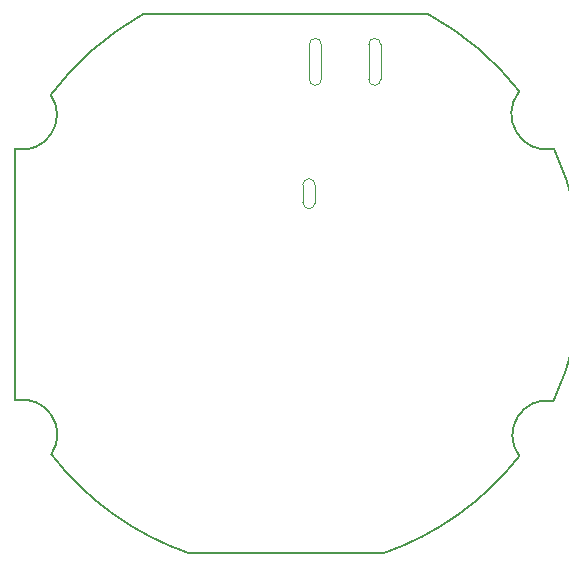
<source format=gbr>
%TF.GenerationSoftware,KiCad,Pcbnew,8.0.8*%
%TF.CreationDate,2025-02-25T00:33:20+03:00*%
%TF.ProjectId,SMHome_UniversalRound_ESP32_C3_Mini_v3,534d486f-6d65-45f5-956e-697665727361,12*%
%TF.SameCoordinates,Original*%
%TF.FileFunction,Profile,NP*%
%FSLAX46Y46*%
G04 Gerber Fmt 4.6, Leading zero omitted, Abs format (unit mm)*
G04 Created by KiCad (PCBNEW 8.0.8) date 2025-02-25 00:33:20*
%MOMM*%
%LPD*%
G01*
G04 APERTURE LIST*
%TA.AperFunction,Profile*%
%ADD10C,0.200000*%
%TD*%
%TA.AperFunction,Profile*%
%ADD11C,0.100000*%
%TD*%
G04 APERTURE END LIST*
D10*
X-22809200Y10642600D02*
X-22809200Y-10642600D01*
D11*
X2633599Y6069987D02*
G75*
G02*
X1574878Y6095390I-528499J48613D01*
G01*
X8178800Y16533422D02*
G75*
G02*
X7153383Y16529465I-512700J-4222D01*
G01*
D10*
X12242800Y22021799D02*
G75*
G02*
X19913600Y15519400I-12076100J-22021799D01*
G01*
X19913600Y-15367000D02*
G75*
G02*
X22809200Y-10693402I2365700J1768100D01*
G01*
D11*
X7153400Y19483779D02*
G75*
G02*
X8178800Y19483779I512700J0D01*
G01*
D10*
X-19761200Y15214600D02*
G75*
G02*
X-22809199Y10642605I-2431240J-1681170D01*
G01*
D11*
X2124200Y19483779D02*
G75*
G02*
X3149600Y19483779I512700J0D01*
G01*
X1574799Y7592579D02*
X1574800Y6096000D01*
D10*
X22860000Y10642600D02*
G75*
G02*
X19913655Y15519356I-593900J2969600D01*
G01*
D11*
X2124200Y16529465D02*
X2124200Y19483779D01*
X1574799Y7592579D02*
G75*
G02*
X2633577Y7571223I529601J-179D01*
G01*
X3149600Y16533422D02*
X3149600Y19483779D01*
D10*
X-8026400Y-23596600D02*
G75*
G02*
X-19710395Y-15214596I8061200J23571200D01*
G01*
X-19761200Y15214600D02*
G75*
G02*
X-11988795Y22021790I20192300J-15214600D01*
G01*
D11*
X7153400Y16529465D02*
X7153400Y19483779D01*
X3149600Y16533422D02*
G75*
G02*
X2124183Y16529465I-512700J-4222D01*
G01*
D10*
X22860000Y10642600D02*
G75*
G02*
X22809206Y-10693403I-22834600J-10613700D01*
G01*
D11*
X8178800Y16533422D02*
X8178800Y19483779D01*
D10*
X8382000Y-23596600D02*
X-8026400Y-23596600D01*
D11*
X2633599Y7571222D02*
X2633599Y6096000D01*
D10*
X-22809200Y-10642600D02*
G75*
G02*
X-19710353Y-15214632I634700J-2906000D01*
G01*
X19913600Y-15367000D02*
G75*
G02*
X8381994Y-23596583I-19687200J15392400D01*
G01*
X-11988800Y22021800D02*
X12242800Y22021800D01*
M02*

</source>
